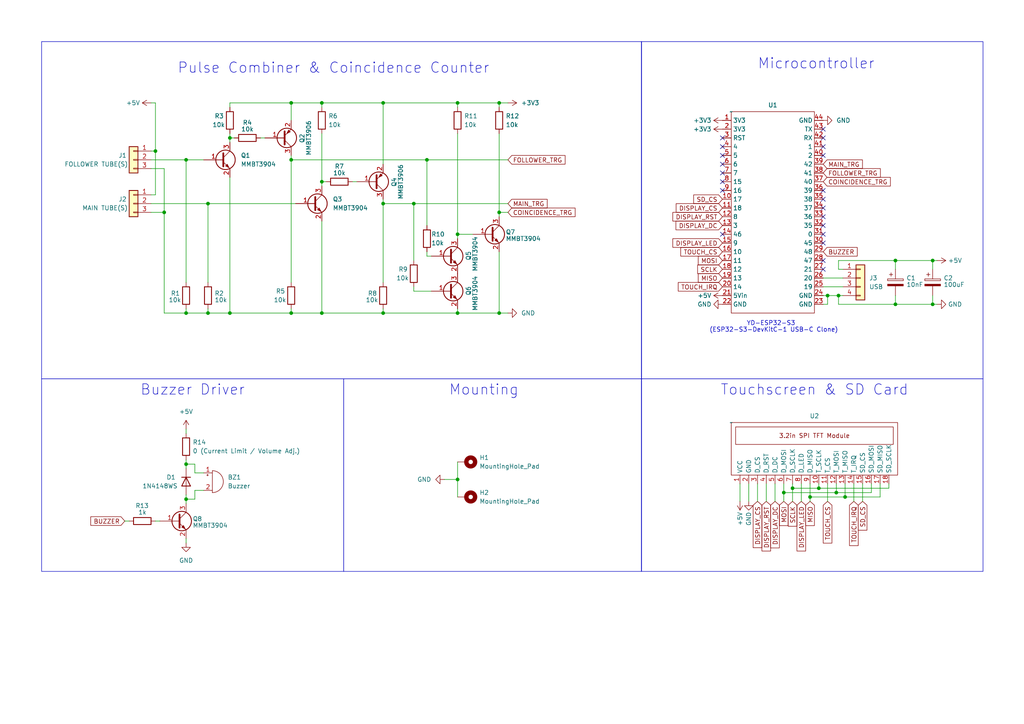
<source format=kicad_sch>
(kicad_sch (version 20230121) (generator eeschema)
  (paper "A4")
  (title_block (title "Geiger Counter Mainboard") (date "2024-01-08") (rev "1.0") (company "https://github.com/median-dispersion/SBM-20-Geiger-Counter"))
  (lib_symbols
    (symbol "Connector_Generic:Conn_01x03" (pin_names (offset 1.016) hide)
      (property "Reference" "J" (at 0 5.08 0))
      (property "Value" "Conn_01x03" (at 0 -5.08 0))
      (symbol "Conn_01x03_1_1"
        (rectangle (start -1.27 -2.413) (end 0 -2.667) (stroke (width 0.1524)))
        (rectangle (start -1.27 0.127) (end 0 -0.127) (stroke (width 0.1524)))
        (rectangle (start -1.27 2.667) (end 0 2.413) (stroke (width 0.1524)))
        (rectangle (start -1.27 3.81) (end 1.27 -3.81) (stroke (width 0.254)) (fill (type background)))
        (pin passive line (at -5.08 2.54 0) (length 3.81) (name "Pin_1") (number "1"))
        (pin passive line (at -5.08 0 0) (length 3.81) (name "Pin_2") (number "2"))
        (pin passive line (at -5.08 -2.54 0) (length 3.81) (name "Pin_3") (number "3"))
      )
    )
    (symbol "Connector_Generic:Conn_01x04" (pin_names (offset 1.016) hide)
      (property "Reference" "J" (at 0 5.08 0))
      (property "Value" "Conn_01x04" (at 0 -7.62 0))
      (symbol "Conn_01x04_1_1"
        (rectangle (start -1.27 -4.953) (end 0 -5.207) (stroke (width 0.1524)))
        (rectangle (start -1.27 -2.413) (end 0 -2.667) (stroke (width 0.1524)))
        (rectangle (start -1.27 0.127) (end 0 -0.127) (stroke (width 0.1524)))
        (rectangle (start -1.27 2.667) (end 0 2.413) (stroke (width 0.1524)))
        (rectangle (start -1.27 3.81) (end 1.27 -6.35) (stroke (width 0.254)) (fill (type background)))
        (pin passive line (at -5.08 2.54 0) (length 3.81) (name "Pin_1") (number "1"))
        (pin passive line (at -5.08 0 0) (length 3.81) (name "Pin_2") (number "2"))
        (pin passive line (at -5.08 -2.54 0) (length 3.81) (name "Pin_3") (number "3"))
        (pin passive line (at -5.08 -5.08 0) (length 3.81) (name "Pin_4") (number "4"))
      )
    )
    (symbol "Device:Buzzer" (pin_names (offset 0.0254) hide)
      (property "Reference" "BZ" (at 3.81 1.27 0))
      (property "Value" "Buzzer" (at 3.81 -1.27 0))
      (symbol "Buzzer_0_1"
        (arc (start 0 -3.175) (mid 3.1612 0) (end 0 3.175))
        (polyline (pts (xy -1.651 1.905) (xy -1.143 1.905)))
        (polyline (pts (xy -1.397 2.159) (xy -1.397 1.651)))
        (polyline (pts (xy 0 3.175) (xy 0 -3.175)))
      )
      (symbol "Buzzer_1_1"
        (pin passive line (at -2.54 2.54 0) (length 2.54) (name "-") (number "1"))
        (pin passive line (at -2.54 -2.54 0) (length 2.54) (name "+") (number "2"))
      )
    )
    (symbol "Device:C_Polarized" (pin_numbers hide) (pin_names (offset 0.254))
      (property "Reference" "C" (at 0.635 2.54 0))
      (property "Value" "C_Polarized" (at 0.635 -2.54 0))
      (symbol "C_Polarized_0_1"
        (rectangle (start -2.286 0.508) (end 2.286 1.016))
        (polyline (pts (xy -1.778 2.286) (xy -0.762 2.286)))
        (polyline (pts (xy -1.27 2.794) (xy -1.27 1.778)))
        (rectangle (start 2.286 -0.508) (end -2.286 -1.016) (fill (type outline)))
      )
      (symbol "C_Polarized_1_1"
        (pin passive line (at 0 3.81 270) (length 2.794) (name "~") (number "1"))
        (pin passive line (at 0 -3.81 90) (length 2.794) (name "~") (number "2"))
      )
    )
    (symbol "Device:D" (pin_numbers hide) (pin_names (offset 1.016) hide)
      (property "Reference" "D" (at 0 2.54 0))
      (property "Value" "D" (at 0 -2.54 0))
      (symbol "D_0_1"
        (polyline (pts (xy -1.27 1.27) (xy -1.27 -1.27)) (stroke (width 0.254)))
        (polyline (pts (xy 1.27 0) (xy -1.27 0)))
        (polyline (pts (xy 1.27 1.27) (xy 1.27 -1.27) (xy -1.27 0) (xy 1.27 1.27)) (stroke (width 0.254)))
      )
      (symbol "D_1_1"
        (pin passive line (at -3.81 0 0) (length 2.54) (name "K") (number "1"))
        (pin passive line (at 3.81 0 180) (length 2.54) (name "A") (number "2"))
      )
    )
    (symbol "Device:R" (pin_numbers hide) (pin_names (offset 0))
      (property "Reference" "R" (at 2.032 0 90))
      (property "Value" "R" (at 0 0 90))
      (symbol "R_0_1"
        (rectangle (start -1.016 -2.54) (end 1.016 2.54) (stroke (width 0.254)))
      )
      (symbol "R_1_1"
        (pin passive line (at 0 3.81 270) (length 1.27) (name "~") (number "1"))
        (pin passive line (at 0 -3.81 90) (length 1.27) (name "~") (number "2"))
      )
    )
    (symbol "Mechanical:MountingHole_Pad" (pin_numbers hide) (pin_names (offset 1.016) hide)
      (property "Reference" "H" (at 0 6.35 0))
      (property "Value" "MountingHole_Pad" (at 0 4.445 0))
      (symbol "MountingHole_Pad_0_1"
        (circle (center 0 1.27) (radius 1.27) (stroke (width 1.27)))
      )
      (symbol "MountingHole_Pad_1_1"
        (pin input line (at 0 -2.54 90) (length 2.54) (name "1") (number "1"))
      )
    )
    (symbol "Symbols:3.2in_SPI_TFT_Touch_Module"
      (property "Reference" "U" (at 24.13 1.27 0))
      (symbol "3.2in_SPI_TFT_Touch_Module_0_1"
        (rectangle (start 0 0) (end 48.26 -15.24))
        (rectangle (start 1.27 -1.27) (end 46.99 -6.35))
      )
      (symbol "3.2in_SPI_TFT_Touch_Module_1_1"
        (text "3.2in SPI TFT Module" (at 24.13 -3.81 0) (effects (font (size 1.27 1.27))))
        (pin input line (at 2.54 -17.78 90) (length 2.54) (name "VCC") (number "1"))
        (pin input line (at 25.4 -17.78 90) (length 2.54) (name "T_SCLK") (number "10"))
        (pin input line (at 27.94 -17.78 90) (length 2.54) (name "T_CS") (number "11"))
        (pin input line (at 30.48 -17.78 90) (length 2.54) (name "T_MOSI") (number "12"))
        (pin input line (at 33.02 -17.78 90) (length 2.54) (name "T_MISO") (number "13"))
        (pin input line (at 35.56 -17.78 90) (length 2.54) (name "T_IRQ") (number "14"))
        (pin input line (at 38.1 -17.78 90) (length 2.54) (name "SD_CS") (number "15"))
        (pin input line (at 40.64 -17.78 90) (length 2.54) (name "SD_MOSI") (number "16"))
        (pin input line (at 43.18 -17.78 90) (length 2.54) (name "SD_MISO") (number "17"))
        (pin input line (at 45.72 -17.78 90) (length 2.54) (name "SD_SCLK") (number "18"))
        (pin input line (at 5.08 -17.78 90) (length 2.54) (name "GND") (number "2"))
        (pin input line (at 7.62 -17.78 90) (length 2.54) (name "D_CS") (number "3"))
        (pin input line (at 10.16 -17.78 90) (length 2.54) (name "D_RST") (number "4"))
        (pin input line (at 12.7 -17.78 90) (length 2.54) (name "D_DC") (number "5"))
        (pin input line (at 15.24 -17.78 90) (length 2.54) (name "D_MOSI") (number "6"))
        (pin input line (at 17.78 -17.78 90) (length 2.54) (name "D_SCLK") (number "7"))
        (pin input line (at 20.32 -17.78 90) (length 2.54) (name "D_LED") (number "8"))
        (pin input line (at 22.86 -17.78 90) (length 2.54) (name "D_MISO") (number "9"))
      )
    )
    (symbol "Symbols:YD-ESP32-S3_(ESP32-S3-DevKitC-1_USB-C_Clone)"
      (property "Reference" "U" (at 11.43 1.27 0))
      (symbol "YD-ESP32-S3_(ESP32-S3-DevKitC-1_USB-C_Clone)_0_1"
        (rectangle (start 0 0) (end 24.13 -58.42))
      )
      (symbol "YD-ESP32-S3_(ESP32-S3-DevKitC-1_USB-C_Clone)_1_1"
        (pin input line (at -2.54 -2.54 0) (length 2.54) (name "3V3") (number "1"))
        (pin input line (at -2.54 -25.4 0) (length 2.54) (name "17") (number "10"))
        (pin input line (at -2.54 -27.94 0) (length 2.54) (name "18") (number "11"))
        (pin input line (at -2.54 -30.48 0) (length 2.54) (name "8") (number "12"))
        (pin input line (at -2.54 -33.02 0) (length 2.54) (name "3") (number "13"))
        (pin input line (at -2.54 -35.56 0) (length 2.54) (name "46") (number "14"))
        (pin input line (at -2.54 -38.1 0) (length 2.54) (name "9") (number "15"))
        (pin input line (at -2.54 -40.64 0) (length 2.54) (name "10") (number "16"))
        (pin input line (at -2.54 -43.18 0) (length 2.54) (name "11") (number "17"))
        (pin input line (at -2.54 -45.72 0) (length 2.54) (name "12") (number "18"))
        (pin input line (at -2.54 -48.26 0) (length 2.54) (name "13") (number "19"))
        (pin input line (at -2.54 -5.08 0) (length 2.54) (name "3V3") (number "2"))
        (pin input line (at -2.54 -50.8 0) (length 2.54) (name "14") (number "20"))
        (pin input line (at -2.54 -53.34 0) (length 2.54) (name "5Vin") (number "21"))
        (pin input line (at -2.54 -55.88 0) (length 2.54) (name "GND") (number "22"))
        (pin input line (at 26.67 -55.88 180) (length 2.54) (name "GND") (number "23"))
        (pin input line (at 26.67 -53.34 180) (length 2.54) (name "GND") (number "24"))
        (pin input line (at 26.67 -50.8 180) (length 2.54) (name "19") (number "25"))
        (pin input line (at 26.67 -48.26 180) (length 2.54) (name "20") (number "26"))
        (pin input line (at 26.67 -45.72 180) (length 2.54) (name "21") (number "27"))
        (pin input line (at 26.67 -43.18 180) (length 2.54) (name "47") (number "28"))
        (pin input line (at 26.67 -40.64 180) (length 2.54) (name "48") (number "29"))
        (pin input line (at -2.54 -7.62 0) (length 2.54) (name "RST") (number "3"))
        (pin input line (at 26.67 -38.1 180) (length 2.54) (name "45") (number "30"))
        (pin input line (at 26.67 -35.56 180) (length 2.54) (name "0") (number "31"))
        (pin input line (at 26.67 -33.02 180) (length 2.54) (name "35") (number "32"))
        (pin input line (at 26.67 -30.48 180) (length 2.54) (name "36") (number "33"))
        (pin input line (at 26.67 -27.94 180) (length 2.54) (name "37") (number "34"))
        (pin input line (at 26.67 -25.4 180) (length 2.54) (name "38") (number "35"))
        (pin input line (at 26.67 -22.86 180) (length 2.54) (name "39") (number "36"))
        (pin input line (at 26.67 -20.32 180) (length 2.54) (name "40") (number "37"))
        (pin input line (at 26.67 -17.78 180) (length 2.54) (name "41") (number "38"))
        (pin input line (at 26.67 -15.24 180) (length 2.54) (name "42") (number "39"))
        (pin input line (at -2.54 -10.16 0) (length 2.54) (name "4") (number "4"))
        (pin input line (at 26.67 -12.7 180) (length 2.54) (name "2") (number "40"))
        (pin input line (at 26.67 -10.16 180) (length 2.54) (name "1") (number "41"))
        (pin input line (at 26.67 -7.62 180) (length 2.54) (name "RX") (number "42"))
        (pin input line (at 26.67 -5.08 180) (length 2.54) (name "TX") (number "43"))
        (pin input line (at 26.67 -2.54 180) (length 2.54) (name "GND") (number "44"))
        (pin input line (at -2.54 -12.7 0) (length 2.54) (name "5") (number "5"))
        (pin input line (at -2.54 -15.24 0) (length 2.54) (name "6") (number "6"))
        (pin input line (at -2.54 -17.78 0) (length 2.54) (name "7") (number "7"))
        (pin input line (at -2.54 -20.32 0) (length 2.54) (name "15") (number "8"))
        (pin input line (at -2.54 -22.86 0) (length 2.54) (name "16") (number "9"))
      )
    )
    (symbol "Transistor_BJT:MMBT3904" (pin_names (offset 0) hide)
      (property "Reference" "Q" (at 5.08 1.905 0))
      (property "Value" "MMBT3904" (at 5.08 0 0))
      (symbol "MMBT3904_0_1"
        (polyline (pts (xy 0.635 0.635) (xy 2.54 2.54)))
        (polyline (pts (xy 0.635 -0.635) (xy 2.54 -2.54) (xy 2.54 -2.54)))
        (polyline (pts (xy 0.635 1.905) (xy 0.635 -1.905) (xy 0.635 -1.905)) (stroke (width 0.508)))
        (polyline (pts (xy 1.27 -1.778) (xy 1.778 -1.27) (xy 2.286 -2.286) (xy 1.27 -1.778) (xy 1.27 -1.778)) (fill (type outline)))
        (circle (center 1.27 0) (radius 2.8194) (stroke (width 0.254)))
      )
      (symbol "MMBT3904_1_1"
        (pin input line (at -5.08 0 0) (length 5.715) (name "B") (number "1"))
        (pin passive line (at 2.54 -5.08 90) (length 2.54) (name "E") (number "2"))
        (pin passive line (at 2.54 5.08 270) (length 2.54) (name "C") (number "3"))
      )
    )
    (symbol "Transistor_BJT:MMBT3906" (pin_names (offset 0) hide)
      (property "Reference" "Q" (at 5.08 1.905 0))
      (property "Value" "MMBT3906" (at 5.08 0 0))
      (symbol "MMBT3906_0_1"
        (polyline (pts (xy 0.635 0.635) (xy 2.54 2.54)))
        (polyline (pts (xy 0.635 -0.635) (xy 2.54 -2.54) (xy 2.54 -2.54)))
        (polyline (pts (xy 0.635 1.905) (xy 0.635 -1.905) (xy 0.635 -1.905)) (stroke (width 0.508)))
        (polyline (pts (xy 2.286 -1.778) (xy 1.778 -2.286) (xy 1.27 -1.27) (xy 2.286 -1.778) (xy 2.286 -1.778)) (fill (type outline)))
        (circle (center 1.27 0) (radius 2.8194) (stroke (width 0.254)))
      )
      (symbol "MMBT3906_1_1"
        (pin input line (at -5.08 0 0) (length 5.715) (name "B") (number "1"))
        (pin passive line (at 2.54 -5.08 90) (length 2.54) (name "E") (number "2"))
        (pin passive line (at 2.54 5.08 270) (length 2.54) (name "C") (number "3"))
      )
    )
    (symbol "power:+3V3" (power) (pin_names (offset 0))
      (property "Value" "+3V3" (at 0 3.556 0))
      (symbol "+3V3_0_1"
        (polyline (pts (xy -0.762 1.27) (xy 0 2.54)))
        (polyline (pts (xy 0 0) (xy 0 2.54)))
        (polyline (pts (xy 0 2.54) (xy 0.762 1.27)))
      )
      (symbol "+3V3_1_1"
        (pin power_in line (at 0 0 90) (length 0) hide (name "+3V3") (number "1"))
      )
    )
    (symbol "power:+5V" (power) (pin_names (offset 0))
      (property "Value" "+5V" (at 0 3.556 0))
      (symbol "+5V_0_1"
        (polyline (pts (xy -0.762 1.27) (xy 0 2.54)))
        (polyline (pts (xy 0 0) (xy 0 2.54)))
        (polyline (pts (xy 0 2.54) (xy 0.762 1.27)))
      )
      (symbol "+5V_1_1"
        (pin power_in line (at 0 0 90) (length 0) hide (name "+5V") (number "1"))
      )
    )
    (symbol "power:GND" (power) (pin_names (offset 0))
      (property "Value" "GND" (at 0 -3.81 0))
      (symbol "GND_0_1"
        (polyline (pts (xy 0 0) (xy 0 -1.27) (xy 1.27 -1.27) (xy 0 -2.54) (xy -1.27 -1.27) (xy 0 -1.27)))
      )
      (symbol "GND_1_1"
        (pin power_in line (at 0 0 270) (length 0) hide (name "GND") (number "1"))
      )
    )
  )
  (junction (at 93.345 29.845))
  (junction (at 53.975 90.805))
  (junction (at 242.57 142.875))
  (junction (at 120.015 59.055))
  (junction (at 270.51 88.265))
  (junction (at 234.95 144.145))
  (junction (at 53.975 134.62))
  (junction (at 132.715 29.845))
  (junction (at 132.715 67.945))
  (junction (at 93.345 90.805))
  (junction (at 111.125 29.845))
  (junction (at 111.125 90.805))
  (junction (at 243.205 85.725))
  (junction (at 53.975 46.355))
  (junction (at 84.455 46.355))
  (junction (at 47.625 61.595))
  (junction (at 270.51 75.565))
  (junction (at 227.33 142.875))
  (junction (at 144.78 90.805))
  (junction (at 259.715 75.565))
  (junction (at 123.825 46.355))
  (junction (at 66.675 90.805))
  (junction (at 84.455 90.805))
  (junction (at 45.085 43.815))
  (junction (at 144.78 29.845))
  (junction (at 245.11 144.145))
  (junction (at 111.125 59.055))
  (junction (at 53.975 144.78))
  (junction (at 259.715 88.265))
  (junction (at 132.715 139.065))
  (junction (at 84.455 29.845))
  (junction (at 229.87 141.605))
  (junction (at 60.325 59.055))
  (junction (at 93.345 52.705))
  (junction (at 60.325 90.805))
  (junction (at 240.03 85.725))
  (junction (at 66.675 40.005))
  (junction (at 132.715 90.805))
  (junction (at 237.49 141.605))
  (junction (at 144.78 61.595))
  (no_connect (at 209.55 45.085))
  (no_connect (at 238.76 70.485))
  (no_connect (at 238.76 78.105))
  (no_connect (at 209.55 52.705))
  (no_connect (at 238.76 75.565))
  (no_connect (at 238.76 55.245))
  (no_connect (at 209.55 47.625))
  (no_connect (at 238.76 62.865))
  (no_connect (at 238.76 37.465))
  (no_connect (at 238.76 57.785))
  (no_connect (at 238.76 45.085))
  (no_connect (at 238.76 42.545))
  (no_connect (at 209.55 67.945))
  (no_connect (at 238.76 67.945))
  (no_connect (at 209.55 40.005))
  (no_connect (at 238.76 60.325))
  (no_connect (at 238.76 65.405))
  (no_connect (at 209.55 50.165))
  (no_connect (at 209.55 42.545))
  (no_connect (at 238.76 40.005))
  (no_connect (at 209.55 55.245))
  (wire (pts (xy 243.205 85.725) (xy 244.475 85.725)))
  (wire (pts (xy 66.675 40.005) (xy 66.675 41.275)))
  (wire (pts (xy 132.715 31.115) (xy 132.715 29.845)))
  (wire (pts (xy 257.81 141.605) (xy 257.81 140.335)))
  (wire (pts (xy 270.51 88.265) (xy 271.78 88.265)))
  (wire (pts (xy 125.095 74.295) (xy 123.825 74.295)))
  (wire (pts (xy 93.345 31.115) (xy 93.345 29.845)))
  (wire (pts (xy 84.455 89.535) (xy 84.455 90.805)))
  (wire (pts (xy 111.125 59.055) (xy 120.015 59.055)))
  (wire (pts (xy 144.78 31.115) (xy 144.78 29.845)))
  (wire (pts (xy 53.975 46.355) (xy 53.975 81.915)))
  (wire (pts (xy 144.78 38.735) (xy 144.78 61.595)))
  (wire (pts (xy 242.57 142.875) (xy 227.33 142.875)))
  (wire (pts (xy 237.49 141.605) (xy 257.81 141.605)))
  (wire (pts (xy 103.505 52.705) (xy 102.235 52.705)))
  (wire (pts (xy 84.455 45.085) (xy 84.455 46.355)))
  (wire (pts (xy 45.085 151.13) (xy 46.355 151.13)))
  (wire (pts (xy 222.25 140.335) (xy 222.25 145.415)))
  (wire (pts (xy 144.78 29.845) (xy 132.715 29.845)))
  (wire (pts (xy 93.345 64.135) (xy 93.345 90.805)))
  (wire (pts (xy 123.825 46.355) (xy 123.825 65.405)))
  (wire (pts (xy 237.49 141.605) (xy 229.87 141.605)))
  (wire (pts (xy 270.51 85.725) (xy 270.51 88.265)))
  (wire (pts (xy 120.015 59.055) (xy 147.32 59.055)))
  (wire (pts (xy 132.715 67.945) (xy 132.715 69.215)))
  (wire (pts (xy 43.815 59.055) (xy 60.325 59.055)))
  (wire (pts (xy 144.78 90.805) (xy 147.32 90.805)))
  (wire (pts (xy 214.63 140.335) (xy 214.63 145.415)))
  (wire (pts (xy 66.675 29.845) (xy 84.455 29.845)))
  (wire (pts (xy 243.205 85.725) (xy 243.205 88.265)))
  (wire (pts (xy 227.33 142.875) (xy 227.33 145.415)))
  (wire (pts (xy 60.325 90.805) (xy 60.325 89.535)))
  (wire (pts (xy 53.975 134.62) (xy 56.515 134.62)))
  (wire (pts (xy 144.78 61.595) (xy 144.78 62.865)))
  (wire (pts (xy 47.625 48.895) (xy 43.815 48.895)))
  (wire (pts (xy 53.975 135.89) (xy 53.975 134.62)))
  (wire (pts (xy 84.455 29.845) (xy 84.455 34.925)))
  (wire (pts (xy 243.205 78.105) (xy 243.205 75.565)))
  (wire (pts (xy 238.76 83.185) (xy 244.475 83.185)))
  (wire (pts (xy 45.085 43.815) (xy 43.815 43.815)))
  (wire (pts (xy 245.11 140.335) (xy 245.11 144.145)))
  (wire (pts (xy 240.03 140.335) (xy 240.03 145.415)))
  (wire (pts (xy 144.78 73.025) (xy 144.78 90.805)))
  (wire (pts (xy 252.73 140.335) (xy 252.73 142.875)))
  (wire (pts (xy 111.125 29.845) (xy 93.345 29.845)))
  (wire (pts (xy 240.03 88.265) (xy 240.03 85.725)))
  (wire (pts (xy 217.17 140.335) (xy 217.17 145.415)))
  (wire (pts (xy 53.975 156.21) (xy 53.975 157.48)))
  (wire (pts (xy 45.085 56.515) (xy 45.085 43.815)))
  (wire (pts (xy 66.675 38.735) (xy 66.675 40.005)))
  (wire (pts (xy 60.325 59.055) (xy 60.325 81.915)))
  (wire (pts (xy 270.51 75.565) (xy 259.715 75.565)))
  (wire (pts (xy 84.455 46.355) (xy 123.825 46.355)))
  (wire (pts (xy 128.905 139.065) (xy 132.715 139.065)))
  (wire (pts (xy 45.085 43.815) (xy 45.085 29.845)))
  (wire (pts (xy 238.76 88.265) (xy 240.03 88.265)))
  (wire (pts (xy 43.815 29.845) (xy 45.085 29.845)))
  (wire (pts (xy 259.715 85.725) (xy 259.715 88.265)))
  (wire (pts (xy 93.345 52.705) (xy 93.345 53.975)))
  (wire (pts (xy 43.815 46.355) (xy 53.975 46.355)))
  (wire (pts (xy 132.715 139.065) (xy 132.715 144.145)))
  (wire (pts (xy 53.975 146.05) (xy 53.975 144.78)))
  (wire (pts (xy 66.675 90.805) (xy 84.455 90.805)))
  (wire (pts (xy 47.625 90.805) (xy 53.975 90.805)))
  (wire (pts (xy 56.515 134.62) (xy 56.515 137.16)))
  (wire (pts (xy 244.475 78.105) (xy 243.205 78.105)))
  (wire (pts (xy 120.015 84.455) (xy 120.015 83.185)))
  (wire (pts (xy 219.71 140.335) (xy 219.71 145.415)))
  (wire (pts (xy 123.825 46.355) (xy 147.32 46.355)))
  (wire (pts (xy 229.87 141.605) (xy 229.87 145.415)))
  (wire (pts (xy 84.455 46.355) (xy 84.455 81.915)))
  (wire (pts (xy 47.625 61.595) (xy 47.625 48.895)))
  (wire (pts (xy 243.205 75.565) (xy 259.715 75.565)))
  (wire (pts (xy 242.57 140.335) (xy 242.57 142.875)))
  (wire (pts (xy 125.095 84.455) (xy 120.015 84.455)))
  (wire (pts (xy 245.11 144.145) (xy 255.27 144.145)))
  (wire (pts (xy 60.325 90.805) (xy 66.675 90.805)))
  (wire (pts (xy 53.975 134.62) (xy 53.975 133.35)))
  (wire (pts (xy 84.455 90.805) (xy 93.345 90.805)))
  (wire (pts (xy 247.65 140.335) (xy 247.65 145.415)))
  (wire (pts (xy 111.125 47.625) (xy 111.125 29.845)))
  (wire (pts (xy 238.76 80.645) (xy 244.475 80.645)))
  (wire (pts (xy 237.49 140.335) (xy 237.49 141.605)))
  (wire (pts (xy 53.975 90.805) (xy 60.325 90.805)))
  (wire (pts (xy 234.95 140.335) (xy 234.95 144.145)))
  (wire (pts (xy 47.625 61.595) (xy 43.815 61.595)))
  (wire (pts (xy 56.515 142.24) (xy 56.515 144.78)))
  (wire (pts (xy 224.79 140.335) (xy 224.79 145.415)))
  (wire (pts (xy 67.945 40.005) (xy 66.675 40.005)))
  (wire (pts (xy 240.03 85.725) (xy 243.205 85.725)))
  (wire (pts (xy 85.725 59.055) (xy 60.325 59.055)))
  (wire (pts (xy 232.41 140.335) (xy 232.41 145.415)))
  (wire (pts (xy 56.515 144.78) (xy 53.975 144.78)))
  (wire (pts (xy 144.78 29.845) (xy 147.32 29.845)))
  (wire (pts (xy 59.055 46.355) (xy 53.975 46.355)))
  (wire (pts (xy 111.125 89.535) (xy 111.125 90.805)))
  (wire (pts (xy 243.205 88.265) (xy 259.715 88.265)))
  (wire (pts (xy 56.515 137.16) (xy 59.055 137.16)))
  (wire (pts (xy 144.78 90.805) (xy 132.715 90.805)))
  (wire (pts (xy 84.455 29.845) (xy 93.345 29.845)))
  (wire (pts (xy 111.125 57.785) (xy 111.125 59.055)))
  (wire (pts (xy 36.195 151.13) (xy 37.465 151.13)))
  (wire (pts (xy 53.975 89.535) (xy 53.975 90.805)))
  (wire (pts (xy 240.03 85.725) (xy 238.76 85.725)))
  (wire (pts (xy 120.015 59.055) (xy 120.015 75.565)))
  (wire (pts (xy 43.815 56.515) (xy 45.085 56.515)))
  (wire (pts (xy 255.27 144.145) (xy 255.27 140.335)))
  (wire (pts (xy 47.625 61.595) (xy 47.625 90.805)))
  (wire (pts (xy 270.51 88.265) (xy 259.715 88.265)))
  (wire (pts (xy 227.33 142.875) (xy 227.33 140.335)))
  (wire (pts (xy 66.675 31.115) (xy 66.675 29.845)))
  (wire (pts (xy 132.715 133.985) (xy 132.715 139.065)))
  (wire (pts (xy 270.51 75.565) (xy 271.78 75.565)))
  (wire (pts (xy 59.055 142.24) (xy 56.515 142.24)))
  (wire (pts (xy 250.19 140.335) (xy 250.19 145.415)))
  (wire (pts (xy 229.87 141.605) (xy 229.87 140.335)))
  (wire (pts (xy 132.715 38.735) (xy 132.715 67.945)))
  (wire (pts (xy 93.345 90.805) (xy 111.125 90.805)))
  (wire (pts (xy 76.835 40.005) (xy 75.565 40.005)))
  (wire (pts (xy 66.675 51.435) (xy 66.675 90.805)))
  (wire (pts (xy 234.95 144.145) (xy 234.95 145.415)))
  (wire (pts (xy 245.11 144.145) (xy 234.95 144.145)))
  (wire (pts (xy 94.615 52.705) (xy 93.345 52.705)))
  (wire (pts (xy 147.32 61.595) (xy 144.78 61.595)))
  (wire (pts (xy 137.16 67.945) (xy 132.715 67.945)))
  (wire (pts (xy 132.715 89.535) (xy 132.715 90.805)))
  (wire (pts (xy 53.975 124.46) (xy 53.975 125.73)))
  (wire (pts (xy 53.975 144.78) (xy 53.975 143.51)))
  (wire (pts (xy 252.73 142.875) (xy 242.57 142.875)))
  (wire (pts (xy 270.51 78.105) (xy 270.51 75.565)))
  (wire (pts (xy 259.715 75.565) (xy 259.715 78.105)))
  (wire (pts (xy 111.125 90.805) (xy 132.715 90.805)))
  (wire (pts (xy 111.125 29.845) (xy 132.715 29.845)))
  (wire (pts (xy 111.125 59.055) (xy 111.125 81.915)))
  (wire (pts (xy 123.825 74.295) (xy 123.825 73.025)))
  (wire (pts (xy 93.345 38.735) (xy 93.345 52.705)))
  (rectangle (start 12.065 109.855) (end 99.695 165.735))
  (rectangle (start 99.695 109.855) (end 186.055 165.735))
  (rectangle (start 186.055 109.855) (end 285.115 165.735))
  (rectangle (start 12.065 12.065) (end 186.055 109.855))
  (rectangle (start 186.055 12.065) (end 285.115 109.855))
  (text "Pulse Combiner & Coincidence Counter" (at 51.435 21.59 0) (effects (font (size 3 3)) (justify left bottom)))
  (text "(ESP32-S3-DevKitC-1 USB-C Clone)" (at 205.74 96.52 0) (effects (font (size 1.27 1.27)) (justify left bottom)))
  (text "Buzzer Driver" (at 40.64 114.935 0) (effects (font (size 3 3)) (justify left bottom)))
  (text "Microcontroller" (at 219.71 20.32 0) (effects (font (size 3 3)) (justify left bottom)))
  (text "Mounting" (at 130.175 114.935 0) (effects (font (size 3 3)) (justify left bottom)))
  (text "Touchscreen & SD Card" (at 208.915 114.935 0) (effects (font (size 3 3)) (justify left bottom)))
  (text "YD-ESP32-S3" (at 216.535 94.615 0) (effects (font (size 1.27 1.27)) (justify left bottom)))
  (global_label "BUZZER" (shape input) (at 238.76 73.025 0) (property "Intersheetrefs" "${INTERSHEET_REFS}" (effects hide)))
  (global_label "DISPLAY_RST" (shape input) (at 209.55 62.865 180) (property "Intersheetrefs" "${INTERSHEET_REFS}" (effects hide)))
  (global_label "SCLK" (shape input) (at 229.87 145.415 270) (property "Intersheetrefs" "${INTERSHEET_REFS}" (effects hide)))
  (global_label "MISO" (shape input) (at 234.95 145.415 270) (property "Intersheetrefs" "${INTERSHEET_REFS}" (effects hide)))
  (global_label "MAIN_TRG" (shape input) (at 147.32 59.055 0) (property "Intersheetrefs" "${INTERSHEET_REFS}" (effects hide)))
  (global_label "FOLLOWER_TRG" (shape input) (at 238.76 50.165 0) (property "Intersheetrefs" "${INTERSHEET_REFS}" (effects hide)))
  (global_label "TOUCH_IRQ" (shape input) (at 247.65 145.415 270) (property "Intersheetrefs" "${INTERSHEET_REFS}" (effects hide)))
  (global_label "DISPLAY_CS" (shape input) (at 219.71 145.415 270) (property "Intersheetrefs" "${INTERSHEET_REFS}" (effects hide)))
  (global_label "DISPLAY_DC" (shape input) (at 209.55 65.405 180) (property "Intersheetrefs" "${INTERSHEET_REFS}" (effects hide)))
  (global_label "FOLLOWER_TRG" (shape input) (at 147.32 46.355 0) (property "Intersheetrefs" "${INTERSHEET_REFS}" (effects hide)))
  (global_label "MOSI" (shape input) (at 227.33 145.415 270) (property "Intersheetrefs" "${INTERSHEET_REFS}" (effects hide)))
  (global_label "SD_CS" (shape input) (at 209.55 57.785 180) (property "Intersheetrefs" "${INTERSHEET_REFS}" (effects hide)))
  (global_label "SCLK" (shape input) (at 209.55 78.105 180) (property "Intersheetrefs" "${INTERSHEET_REFS}" (effects hide)))
  (global_label "MISO" (shape input) (at 209.55 80.645 180) (property "Intersheetrefs" "${INTERSHEET_REFS}" (effects hide)))
  (global_label "BUZZER" (shape input) (at 36.195 151.13 180) (property "Intersheetrefs" "${INTERSHEET_REFS}" (effects hide)))
  (global_label "TOUCH_CS" (shape input) (at 240.03 145.415 270) (property "Intersheetrefs" "${INTERSHEET_REFS}" (effects hide)))
  (global_label "MAIN_TRG" (shape input) (at 238.76 47.625 0) (property "Intersheetrefs" "${INTERSHEET_REFS}" (effects hide)))
  (global_label "TOUCH_CS" (shape input) (at 209.55 73.025 180) (property "Intersheetrefs" "${INTERSHEET_REFS}" (effects hide)))
  (global_label "TOUCH_IRQ" (shape input) (at 209.55 83.185 180) (property "Intersheetrefs" "${INTERSHEET_REFS}" (effects hide)))
  (global_label "DISPLAY_RST" (shape input) (at 222.25 145.415 270) (property "Intersheetrefs" "${INTERSHEET_REFS}" (effects hide)))
  (global_label "DISPLAY_LED" (shape input) (at 209.55 70.485 180) (property "Intersheetrefs" "${INTERSHEET_REFS}" (effects hide)))
  (global_label "DISPLAY_DC" (shape input) (at 224.79 145.415 270) (property "Intersheetrefs" "${INTERSHEET_REFS}" (effects hide)))
  (global_label "MOSI" (shape input) (at 209.55 75.565 180) (property "Intersheetrefs" "${INTERSHEET_REFS}" (effects hide)))
  (global_label "COINCIDENCE_TRG" (shape input) (at 238.76 52.705 0) (property "Intersheetrefs" "${INTERSHEET_REFS}" (effects hide)))
  (global_label "DISPLAY_CS" (shape input) (at 209.55 60.325 180) (property "Intersheetrefs" "${INTERSHEET_REFS}" (effects hide)))
  (global_label "COINCIDENCE_TRG" (shape input) (at 147.32 61.595 0) (property "Intersheetrefs" "${INTERSHEET_REFS}" (effects hide)))
  (global_label "SD_CS" (shape input) (at 250.19 145.415 270) (property "Intersheetrefs" "${INTERSHEET_REFS}" (effects hide)))
  (global_label "DISPLAY_LED" (shape input) (at 232.41 145.415 270) (property "Intersheetrefs" "${INTERSHEET_REFS}" (effects hide)))
  (symbol (lib_id "Transistor_BJT:MMBT3904") (at 64.135 46.355 0) (unit 1)
    (property "Reference" "Q1" (at 69.85 45.085 0) (effects (justify left)))
    (property "Value" "MMBT3904" (at 69.85 47.625 0) (effects (justify left)))
    (property "Footprint" "Package_TO_SOT_SMD:SOT-23_Handsoldering" (effects hide))
    (property "Datasheet" "https://goodarksemi.com/docs/datasheets/transistors/MMBT3904.pdf" (effects hide))
  )
  (symbol (lib_id "Device:R") (at 71.755 40.005 90) (unit 1)
    (property "Reference" "R4" (at 71.755 35.56 90))
    (property "Value" "10k" (at 71.755 37.465 90))
    (property "Footprint" "Resistor_SMD:R_1206_3216Metric_Pad1.30x1.75mm_HandSolder" (effects hide))
    (property "Datasheet" "https://www.yageo.com/upload/media/product/productsearch/datasheet/rchip/PYu-RC_Group_51_RoHS_L_12.pdf" (effects hide))
  )
  (symbol (lib_id "power:GND") (at 217.17 145.415 0) (unit 1)
    (property "Reference" "#PWR012" (effects hide))
    (property "Value" "GND" (at 217.17 150.495 90))
  )
  (symbol (lib_id "Device:R") (at 53.975 129.54 0) (unit 1)
    (property "Reference" "R14" (at 55.88 128.27 0) (effects (justify left)))
    (property "Value" "0 (Current Limit / Volume Adj.)" (at 55.88 130.81 0) (effects (justify left)))
    (property "Footprint" "Resistor_SMD:R_1206_3216Metric_Pad1.30x1.75mm_HandSolder" (effects hide))
  )
  (symbol (lib_id "Connector_Generic:Conn_01x04") (at 249.555 80.645 0) (unit 1)
    (property "Reference" "J3" (at 252.095 80.645 0) (effects (justify left)))
    (property "Value" "USB" (at 252.095 83.185 0) (effects (justify left)))
    (property "Footprint" "Connector_PinHeader_2.54mm:PinHeader_1x04_P2.54mm_Vertical" (effects hide))
  )
  (symbol (lib_id "Device:C_Polarized") (at 259.715 81.915 0) (unit 1)
    (property "Reference" "C1" (at 262.89 80.645 0) (effects (justify left)))
    (property "Value" "10nF" (at 262.89 82.55 0) (effects (justify left)))
    (property "Footprint" "Capacitor_SMD:C_1206_3216Metric_Pad1.33x1.80mm_HandSolder" (effects hide))
    (property "Datasheet" "https://www.we-online.com/katalog/datasheet/885012208112.pdf" (effects hide))
  )
  (symbol (lib_id "Transistor_BJT:MMBT3904") (at 142.24 67.945 0) (unit 1)
    (property "Reference" "Q7" (at 146.685 67.31 0) (effects (justify left)))
    (property "Value" "MMBT3904" (at 146.685 69.215 0) (effects (justify left)))
    (property "Footprint" "Package_TO_SOT_SMD:SOT-23_Handsoldering" (effects hide))
    (property "Datasheet" "https://goodarksemi.com/docs/datasheets/transistors/MMBT3904.pdf" (effects hide))
  )
  (symbol (lib_id "power:+5V") (at 271.78 75.565 270) (unit 1)
    (property "Reference" "#PWR015" (effects hide))
    (property "Value" "+5V" (at 274.955 75.565 90) (effects (justify left)))
  )
  (symbol (lib_id "power:+3V3") (at 209.55 37.465 90) (unit 1)
    (property "Reference" "#PWR07" (effects hide))
    (property "Value" "+3V3" (at 206.375 37.465 90) (effects (justify left)))
  )
  (symbol (lib_id "Device:R") (at 120.015 79.375 0) (unit 1)
    (property "Reference" "R9" (at 115.57 78.105 0) (effects (justify left)))
    (property "Value" "10k" (at 114.935 80.645 0) (effects (justify left)))
    (property "Footprint" "Resistor_SMD:R_1206_3216Metric_Pad1.30x1.75mm_HandSolder" (effects hide))
    (property "Datasheet" "https://www.yageo.com/upload/media/product/productsearch/datasheet/rchip/PYu-RC_Group_51_RoHS_L_12.pdf" (effects hide))
  )
  (symbol (lib_id "power:GND") (at 147.32 90.805 90) (unit 1)
    (property "Reference" "#PWR03" (effects hide))
    (property "Value" "GND" (at 151.13 90.805 90) (effects (justify right)))
  )
  (symbol (lib_id "Device:R") (at 60.325 85.725 0) (unit 1)
    (property "Reference" "R2" (at 62.23 85.09 0) (effects (justify left)))
    (property "Value" "10k" (at 62.23 86.995 0) (effects (justify left)))
    (property "Footprint" "Resistor_SMD:R_1206_3216Metric_Pad1.30x1.75mm_HandSolder" (effects hide))
    (property "Datasheet" "https://www.yageo.com/upload/media/product/productsearch/datasheet/rchip/PYu-RC_Group_51_RoHS_L_12.pdf" (effects hide))
  )
  (symbol (lib_id "power:+3V3") (at 209.55 34.925 90) (unit 1)
    (property "Reference" "#PWR06" (effects hide))
    (property "Value" "+3V3" (at 206.375 34.925 90) (effects (justify left)))
  )
  (symbol (lib_id "Device:R") (at 93.345 34.925 0) (unit 1)
    (property "Reference" "R6" (at 95.25 33.655 0) (effects (justify left)))
    (property "Value" "10k" (at 95.25 36.195 0) (effects (justify left)))
    (property "Footprint" "Resistor_SMD:R_1206_3216Metric_Pad1.30x1.75mm_HandSolder" (effects hide))
    (property "Datasheet" "https://www.yageo.com/upload/media/product/productsearch/datasheet/rchip/PYu-RC_Group_51_RoHS_L_12.pdf" (effects hide))
  )
  (symbol (lib_id "Mechanical:MountingHole_Pad") (at 135.255 133.985 270) (unit 1)
    (property "Reference" "H1" (at 139.065 132.715 90) (effects (justify left)))
    (property "Value" "MountingHole_Pad" (at 139.065 135.255 90) (effects (justify left)))
    (property "Footprint" "Footprints:MountingHole_3.2mm_M3_Pad_Via" (effects hide))
  )
  (symbol (lib_id "Device:R") (at 53.975 85.725 0) (unit 1)
    (property "Reference" "R1" (at 49.53 85.09 0) (effects (justify left)))
    (property "Value" "10k" (at 48.895 86.995 0) (effects (justify left)))
    (property "Footprint" "Resistor_SMD:R_1206_3216Metric_Pad1.30x1.75mm_HandSolder" (effects hide))
    (property "Datasheet" "https://www.yageo.com/upload/media/product/productsearch/datasheet/rchip/PYu-RC_Group_51_RoHS_L_12.pdf" (effects hide))
  )
  (symbol (lib_id "Transistor_BJT:MMBT3904") (at 130.175 74.295 0) (unit 1)
    (property "Reference" "Q5" (at 135.89 75.565 90) (effects (justify left)))
    (property "Value" "MMBT3904" (at 137.795 78.74 90) (effects (justify left)))
    (property "Footprint" "Package_TO_SOT_SMD:SOT-23_Handsoldering" (effects hide))
    (property "Datasheet" "https://goodarksemi.com/docs/datasheets/transistors/MMBT3904.pdf" (effects hide))
  )
  (symbol (lib_id "power:GND") (at 238.76 34.925 90) (unit 1)
    (property "Reference" "#PWR09" (effects hide))
    (property "Value" "GND" (at 242.57 34.925 90) (effects (justify right)))
  )
  (symbol (lib_id "power:+5V") (at 53.975 124.46 0) (unit 1)
    (property "Reference" "#PWR04" (effects hide))
    (property "Value" "+5V" (at 53.975 119.38 0))
  )
  (symbol (lib_id "power:+5V") (at 214.63 145.415 180) (unit 1)
    (property "Reference" "#PWR011" (effects hide))
    (property "Value" "+5V" (at 214.63 150.495 90))
  )
  (symbol (lib_id "Transistor_BJT:MMBT3904") (at 90.805 59.055 0) (unit 1)
    (property "Reference" "Q3" (at 96.52 57.785 0) (effects (justify left)))
    (property "Value" "MMBT3904" (at 96.52 60.325 0) (effects (justify left)))
    (property "Footprint" "Package_TO_SOT_SMD:SOT-23_Handsoldering" (effects hide))
    (property "Datasheet" "https://goodarksemi.com/docs/datasheets/transistors/MMBT3904.pdf" (effects hide))
  )
  (symbol (lib_id "power:GND") (at 53.975 157.48 0) (unit 1)
    (property "Reference" "#PWR05" (effects hide))
    (property "Value" "GND" (at 53.975 162.56 0))
  )
  (symbol (lib_id "power:GND") (at 209.55 88.265 270) (unit 1)
    (property "Reference" "#PWR08" (effects hide))
    (property "Value" "GND" (at 206.375 88.265 90) (effects (justify right)))
  )
  (symbol (lib_id "Transistor_BJT:MMBT3906") (at 81.915 40.005 0) (mirror x) (unit 1)
    (property "Reference" "Q2" (at 87.63 38.735 90) (effects (justify left)))
    (property "Value" "MMBT3906" (at 89.535 34.925 90) (effects (justify left)))
    (property "Footprint" "Package_TO_SOT_SMD:SOT-23_Handsoldering" (effects hide))
    (property "Datasheet" "https://goodarksemi.com/docs/datasheets/transistors/MMBT3906.pdf" (effects hide))
  )
  (symbol (lib_id "Symbols:YD-ESP32-S3_(ESP32-S3-DevKitC-1_USB-C_Clone)") (at 212.09 32.385 0) (unit 1)
    (property "Reference" "U1" (at 224.155 30.48 0))
    (property "Value" "~" (at 212.09 32.385 0))
    (property "Footprint" "Footprints:YD-ESP32-S3 (ESP32-S3-DevKitC-1 USB-C Clone)" (effects hide))
  )
  (symbol (lib_id "Device:R") (at 41.275 151.13 90) (unit 1)
    (property "Reference" "R13" (at 43.18 146.685 90) (effects (justify left)))
    (property "Value" "1k" (at 42.545 148.59 90) (effects (justify left)))
    (property "Footprint" "Resistor_SMD:R_1206_3216Metric_Pad1.30x1.75mm_HandSolder" (effects hide))
    (property "Datasheet" "https://www.yageo.com/upload/media/product/productsearch/datasheet/rchip/PYu-RC_Group_51_RoHS_L_12.pdf" (effects hide))
  )
  (symbol (lib_id "Device:R") (at 123.825 69.215 0) (unit 1)
    (property "Reference" "R10" (at 125.095 67.945 0) (effects (justify left)))
    (property "Value" "10k" (at 125.095 70.485 0) (effects (justify left)))
    (property "Footprint" "Resistor_SMD:R_1206_3216Metric_Pad1.30x1.75mm_HandSolder" (effects hide))
    (property "Datasheet" "https://www.yageo.com/upload/media/product/productsearch/datasheet/rchip/PYu-RC_Group_51_RoHS_L_12.pdf" (effects hide))
  )
  (symbol (lib_id "power:+3V3") (at 147.32 29.845 270) (unit 1)
    (property "Reference" "#PWR02" (effects hide))
    (property "Value" "+3V3" (at 151.13 29.845 90) (effects (justify left)))
  )
  (symbol (lib_id "power:+5V") (at 209.55 85.725 90) (unit 1)
    (property "Reference" "#PWR010" (effects hide))
    (property "Value" "+5V" (at 206.375 85.725 90) (effects (justify left)))
  )
  (symbol (lib_id "Connector_Generic:Conn_01x03") (at 38.735 59.055 0) (mirror y) (unit 1)
    (property "Reference" "J2" (at 35.56 57.785 0))
    (property "Value" "MAIN TUBE(S)" (at 30.48 60.325 0))
    (property "Footprint" "Connector_PinHeader_2.54mm:PinHeader_1x03_P2.54mm_Vertical" (effects hide))
    (property "Datasheet" "https://app.adam-tech.com/products/download/data_sheet/201459/ph1ra-xx-ua-data-sheet.pdf" (effects hide))
  )
  (symbol (lib_id "Connector_Generic:Conn_01x03") (at 38.735 46.355 0) (mirror y) (unit 1)
    (property "Reference" "J1" (at 35.56 45.085 0))
    (property "Value" "FOLLOWER TUBE(S)" (at 27.94 47.625 0))
    (property "Footprint" "Connector_PinHeader_2.54mm:PinHeader_1x03_P2.54mm_Vertical" (effects hide))
    (property "Datasheet" "https://app.adam-tech.com/products/download/data_sheet/201459/ph1ra-xx-ua-data-sheet.pdf" (effects hide))
  )
  (symbol (lib_id "Device:D") (at 53.975 139.7 270) (unit 1)
    (property "Reference" "D1" (at 48.26 138.43 90) (effects (justify left)))
    (property "Value" "1N4148WS" (at 41.275 140.97 90) (effects (justify left)))
    (property "Footprint" "Diode_SMD:D_SOD-323_HandSoldering" (effects hide))
    (property "Datasheet" "https://rocelec.widen.net/view/pdf/tf3dlteblx/FAIR-S-A0000573112-1.pdf?t.download=true&u=5oefqw" (effects hide))
    (property "Sim.Device" "D" (effects hide))
    (property "Sim.Pins" "1=K 2=A" (effects hide))
  )
  (symbol (lib_id "power:GND") (at 128.905 139.065 270) (unit 1)
    (property "Reference" "#PWR013" (effects hide))
    (property "Value" "GND" (at 125.095 139.065 90) (effects (justify right)))
  )
  (symbol (lib_id "Device:R") (at 144.78 34.925 0) (unit 1)
    (property "Reference" "R12" (at 146.685 33.655 0) (effects (justify left)))
    (property "Value" "10k" (at 146.685 36.195 0) (effects (justify left)))
    (property "Footprint" "Resistor_SMD:R_1206_3216Metric_Pad1.30x1.75mm_HandSolder" (effects hide))
    (property "Datasheet" "https://www.yageo.com/upload/media/product/productsearch/datasheet/rchip/PYu-RC_Group_51_RoHS_L_12.pdf" (effects hide))
  )
  (symbol (lib_id "Device:R") (at 132.715 34.925 0) (unit 1)
    (property "Reference" "R11" (at 134.62 33.655 0) (effects (justify left)))
    (property "Value" "10k" (at 134.62 36.195 0) (effects (justify left)))
    (property "Footprint" "Resistor_SMD:R_1206_3216Metric_Pad1.30x1.75mm_HandSolder" (effects hide))
    (property "Datasheet" "https://www.yageo.com/upload/media/product/productsearch/datasheet/rchip/PYu-RC_Group_51_RoHS_L_12.pdf" (effects hide))
  )
  (symbol (lib_id "Device:R") (at 98.425 52.705 90) (unit 1)
    (property "Reference" "R7" (at 98.425 48.26 90))
    (property "Value" "10k" (at 98.425 50.165 90))
    (property "Footprint" "Resistor_SMD:R_1206_3216Metric_Pad1.30x1.75mm_HandSolder" (effects hide))
    (property "Datasheet" "https://www.yageo.com/upload/media/product/productsearch/datasheet/rchip/PYu-RC_Group_51_RoHS_L_12.pdf" (effects hide))
  )
  (symbol (lib_id "Device:R") (at 84.455 85.725 0) (unit 1)
    (property "Reference" "R5" (at 80.01 84.455 0) (effects (justify left)))
    (property "Value" "10k" (at 79.375 86.995 0) (effects (justify left)))
    (property "Footprint" "Resistor_SMD:R_1206_3216Metric_Pad1.30x1.75mm_HandSolder" (effects hide))
    (property "Datasheet" "https://www.yageo.com/upload/media/product/productsearch/datasheet/rchip/PYu-RC_Group_51_RoHS_L_12.pdf" (effects hide))
  )
  (symbol (lib_id "Transistor_BJT:MMBT3906") (at 108.585 52.705 0) (mirror x) (unit 1)
    (property "Reference" "Q4" (at 114.3 51.435 90) (effects (justify left)))
    (property "Value" "MMBT3906" (at 116.205 47.625 90) (effects (justify left)))
    (property "Footprint" "Package_TO_SOT_SMD:SOT-23_Handsoldering" (effects hide))
    (property "Datasheet" "https://goodarksemi.com/docs/datasheets/transistors/MMBT3906.pdf" (effects hide))
  )
  (symbol (lib_id "Device:Buzzer") (at 61.595 139.7 0) (unit 1)
    (property "Reference" "BZ1" (at 66.04 138.43 0) (effects (justify left)))
    (property "Value" "Buzzer" (at 66.04 140.97 0) (effects (justify left)))
    (property "Footprint" "Connector_PinHeader_2.54mm:PinHeader_1x02_P2.54mm_Vertical" (effects hide))
    (property "Datasheet" "https://www.soberton.com/wp-content/uploads/2019/02/WT-1205-16-Feb-2019.pdf" (effects hide))
  )
  (symbol (lib_id "Mechanical:MountingHole_Pad") (at 135.255 144.145 270) (unit 1)
    (property "Reference" "H2" (at 139.065 142.875 90) (effects (justify left)))
    (property "Value" "MountingHole_Pad" (at 139.065 145.415 90) (effects (justify left)))
    (property "Footprint" "Footprints:MountingHole_3.2mm_M3_Pad_Via" (effects hide))
  )
  (symbol (lib_id "power:GND") (at 271.78 88.265 90) (unit 1)
    (property "Reference" "#PWR014" (effects hide))
    (property "Value" "GND" (at 274.955 88.265 90) (effects (justify right)))
  )
  (symbol (lib_id "Transistor_BJT:MMBT3904") (at 130.175 84.455 0) (unit 1)
    (property "Reference" "Q6" (at 135.89 85.725 90) (effects (justify left)))
    (property "Value" "MMBT3904" (at 137.795 90.17 90) (effects (justify left)))
    (property "Footprint" "Package_TO_SOT_SMD:SOT-23_Handsoldering" (effects hide))
    (property "Datasheet" "https://goodarksemi.com/docs/datasheets/transistors/MMBT3904.pdf" (effects hide))
  )
  (symbol (lib_id "Symbols:3.2in_SPI_TFT_Touch_Module") (at 212.09 122.555 0) (unit 1)
    (property "Reference" "U2" (at 236.22 120.65 0))
    (property "Value" "~" (at 212.09 122.555 0))
    (property "Footprint" "Footprints:3.2in SPI TFT Touch Module" (effects hide))
  )
  (symbol (lib_id "Device:R") (at 111.125 85.725 0) (unit 1)
    (property "Reference" "R8" (at 106.68 85.09 0) (effects (justify left)))
    (property "Value" "10k" (at 106.045 86.995 0) (effects (justify left)))
    (property "Footprint" "Resistor_SMD:R_1206_3216Metric_Pad1.30x1.75mm_HandSolder" (effects hide))
    (property "Datasheet" "https://www.yageo.com/upload/media/product/productsearch/datasheet/rchip/PYu-RC_Group_51_RoHS_L_12.pdf" (effects hide))
  )
  (symbol (lib_id "Device:R") (at 66.675 34.925 0) (unit 1)
    (property "Reference" "R3" (at 62.23 33.655 0) (effects (justify left)))
    (property "Value" "10k" (at 61.595 36.195 0) (effects (justify left)))
    (property "Footprint" "Resistor_SMD:R_1206_3216Metric_Pad1.30x1.75mm_HandSolder" (effects hide))
    (property "Datasheet" "https://www.yageo.com/upload/media/product/productsearch/datasheet/rchip/PYu-RC_Group_51_RoHS_L_12.pdf" (effects hide))
  )
  (symbol (lib_id "Transistor_BJT:MMBT3904") (at 51.435 151.13 0) (unit 1)
    (property "Reference" "Q8" (at 55.88 150.495 0) (effects (justify left)))
    (property "Value" "MMBT3904" (at 55.88 152.4 0) (effects (justify left)))
    (property "Footprint" "Package_TO_SOT_SMD:SOT-23_Handsoldering" (effects hide))
    (property "Datasheet" "https://goodarksemi.com/docs/datasheets/transistors/MMBT3904.pdf" (effects hide))
  )
  (symbol (lib_id "power:+5V") (at 43.815 29.845 90) (unit 1)
    (property "Reference" "#PWR01" (effects hide))
    (property "Value" "+5V" (at 40.64 29.845 90) (effects (justify left)))
  )
  (symbol (lib_id "Device:C_Polarized") (at 270.51 81.915 0) (unit 1)
    (property "Reference" "C2" (at 273.685 80.645 0) (effects (justify left)))
    (property "Value" "100uF" (at 273.685 82.55 0) (effects (justify left)))
    (property "Footprint" "Capacitor_SMD:CP_Elec_6.3x5.4" (effects hide))
    (property "Datasheet" "https://www.we-online.com/katalog/datasheet/865080243007.pdf" (effects hide))
  )
)
</source>
